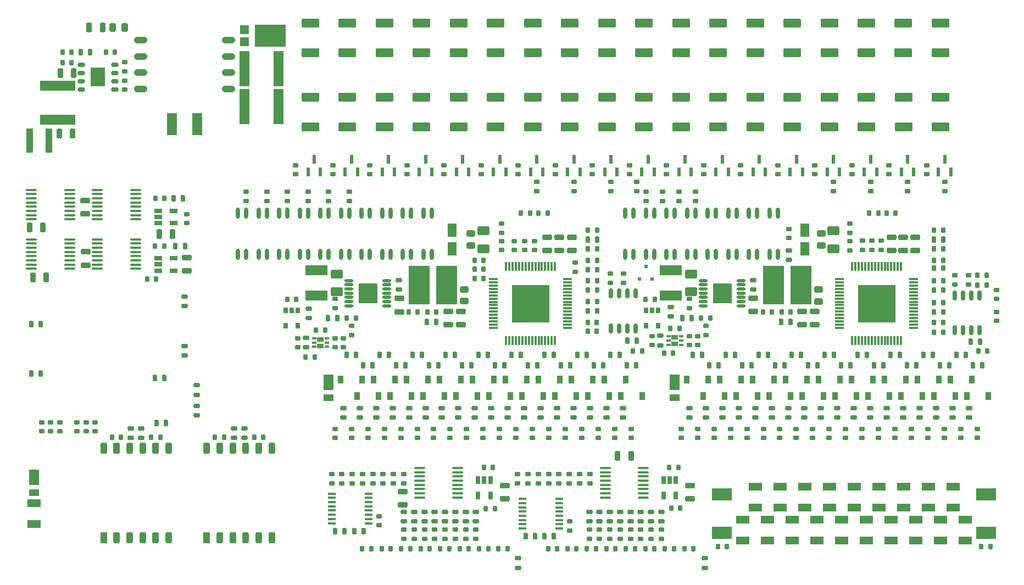
<source format=gtp>
G04*
G04 #@! TF.GenerationSoftware,Altium Limited,Altium Designer,21.4.1 (30)*
G04*
G04 Layer_Color=8421504*
%FSLAX25Y25*%
%MOIN*%
G70*
G04*
G04 #@! TF.SameCoordinates,3F7B9525-E0B4-4A28-A4E6-3C1D8492A5F8*
G04*
G04*
G04 #@! TF.FilePolarity,Positive*
G04*
G01*
G75*
G04:AMPARAMS|DCode=18|XSize=57.09mil|YSize=35.43mil|CornerRadius=7.09mil|HoleSize=0mil|Usage=FLASHONLY|Rotation=270.000|XOffset=0mil|YOffset=0mil|HoleType=Round|Shape=RoundedRectangle|*
%AMROUNDEDRECTD18*
21,1,0.05709,0.02126,0,0,270.0*
21,1,0.04291,0.03543,0,0,270.0*
1,1,0.01417,-0.01063,-0.02146*
1,1,0.01417,-0.01063,0.02146*
1,1,0.01417,0.01063,0.02146*
1,1,0.01417,0.01063,-0.02146*
%
%ADD18ROUNDEDRECTD18*%
%ADD19R,0.21260X0.06102*%
%ADD20R,0.06102X0.21260*%
G04:AMPARAMS|DCode=21|XSize=35.43mil|YSize=27.56mil|CornerRadius=6.89mil|HoleSize=0mil|Usage=FLASHONLY|Rotation=0.000|XOffset=0mil|YOffset=0mil|HoleType=Round|Shape=RoundedRectangle|*
%AMROUNDEDRECTD21*
21,1,0.03543,0.01378,0,0,0.0*
21,1,0.02165,0.02756,0,0,0.0*
1,1,0.01378,0.01083,-0.00689*
1,1,0.01378,-0.01083,-0.00689*
1,1,0.01378,-0.01083,0.00689*
1,1,0.01378,0.01083,0.00689*
%
%ADD21ROUNDEDRECTD21*%
G04:AMPARAMS|DCode=22|XSize=37.4mil|YSize=29.53mil|CornerRadius=7.38mil|HoleSize=0mil|Usage=FLASHONLY|Rotation=0.000|XOffset=0mil|YOffset=0mil|HoleType=Round|Shape=RoundedRectangle|*
%AMROUNDEDRECTD22*
21,1,0.03740,0.01476,0,0,0.0*
21,1,0.02264,0.02953,0,0,0.0*
1,1,0.01476,0.01132,-0.00738*
1,1,0.01476,-0.01132,-0.00738*
1,1,0.01476,-0.01132,0.00738*
1,1,0.01476,0.01132,0.00738*
%
%ADD22ROUNDEDRECTD22*%
%ADD23R,0.07992X0.05118*%
%ADD24R,0.12402X0.07717*%
G04:AMPARAMS|DCode=25|XSize=57.09mil|YSize=35.43mil|CornerRadius=7.09mil|HoleSize=0mil|Usage=FLASHONLY|Rotation=0.000|XOffset=0mil|YOffset=0mil|HoleType=Round|Shape=RoundedRectangle|*
%AMROUNDEDRECTD25*
21,1,0.05709,0.02126,0,0,0.0*
21,1,0.04291,0.03543,0,0,0.0*
1,1,0.01417,0.02146,-0.01063*
1,1,0.01417,-0.02146,-0.01063*
1,1,0.01417,-0.02146,0.01063*
1,1,0.01417,0.02146,0.01063*
%
%ADD25ROUNDEDRECTD25*%
G04:AMPARAMS|DCode=26|XSize=35.43mil|YSize=27.56mil|CornerRadius=6.89mil|HoleSize=0mil|Usage=FLASHONLY|Rotation=270.000|XOffset=0mil|YOffset=0mil|HoleType=Round|Shape=RoundedRectangle|*
%AMROUNDEDRECTD26*
21,1,0.03543,0.01378,0,0,270.0*
21,1,0.02165,0.02756,0,0,270.0*
1,1,0.01378,-0.00689,-0.01083*
1,1,0.01378,-0.00689,0.01083*
1,1,0.01378,0.00689,0.01083*
1,1,0.01378,0.00689,-0.01083*
%
%ADD26ROUNDEDRECTD26*%
%ADD27O,0.02362X0.06890*%
G04:AMPARAMS|DCode=28|XSize=70.87mil|YSize=53.15mil|CornerRadius=7.97mil|HoleSize=0mil|Usage=FLASHONLY|Rotation=180.000|XOffset=0mil|YOffset=0mil|HoleType=Round|Shape=RoundedRectangle|*
%AMROUNDEDRECTD28*
21,1,0.07087,0.03720,0,0,180.0*
21,1,0.05492,0.05315,0,0,180.0*
1,1,0.01595,-0.02746,0.01860*
1,1,0.01595,0.02746,0.01860*
1,1,0.01595,0.02746,-0.01860*
1,1,0.01595,-0.02746,-0.01860*
%
%ADD28ROUNDEDRECTD28*%
G04:AMPARAMS|DCode=29|XSize=37.4mil|YSize=29.53mil|CornerRadius=7.38mil|HoleSize=0mil|Usage=FLASHONLY|Rotation=90.000|XOffset=0mil|YOffset=0mil|HoleType=Round|Shape=RoundedRectangle|*
%AMROUNDEDRECTD29*
21,1,0.03740,0.01476,0,0,90.0*
21,1,0.02264,0.02953,0,0,90.0*
1,1,0.01476,0.00738,0.01132*
1,1,0.01476,0.00738,-0.01132*
1,1,0.01476,-0.00738,-0.01132*
1,1,0.01476,-0.00738,0.01132*
%
%ADD29ROUNDEDRECTD29*%
%ADD30R,0.03583X0.04803*%
%ADD31R,0.12598X0.23622*%
%ADD32R,0.13780X0.06299*%
%ADD33R,0.22992X0.22992*%
%ADD34R,0.01181X0.05512*%
%ADD35R,0.05512X0.01181*%
%ADD36O,0.07284X0.01378*%
%ADD37R,0.05709X0.08071*%
%ADD38R,0.02362X0.05512*%
G04:AMPARAMS|DCode=39|XSize=51.18mil|YSize=37.4mil|CornerRadius=7.48mil|HoleSize=0mil|Usage=FLASHONLY|Rotation=0.000|XOffset=0mil|YOffset=0mil|HoleType=Round|Shape=RoundedRectangle|*
%AMROUNDEDRECTD39*
21,1,0.05118,0.02244,0,0,0.0*
21,1,0.03622,0.03740,0,0,0.0*
1,1,0.01496,0.01811,-0.01122*
1,1,0.01496,-0.01811,-0.01122*
1,1,0.01496,-0.01811,0.01122*
1,1,0.01496,0.01811,0.01122*
%
%ADD39ROUNDEDRECTD39*%
%ADD40R,0.06299X0.13780*%
%ADD41R,0.05906X0.09449*%
%ADD42R,0.05906X0.04134*%
G04:AMPARAMS|DCode=43|XSize=23.62mil|YSize=59.06mil|CornerRadius=5.91mil|HoleSize=0mil|Usage=FLASHONLY|Rotation=0.000|XOffset=0mil|YOffset=0mil|HoleType=Round|Shape=RoundedRectangle|*
%AMROUNDEDRECTD43*
21,1,0.02362,0.04724,0,0,0.0*
21,1,0.01181,0.05906,0,0,0.0*
1,1,0.01181,0.00591,-0.02362*
1,1,0.01181,-0.00591,-0.02362*
1,1,0.01181,-0.00591,0.02362*
1,1,0.01181,0.00591,0.02362*
%
%ADD43ROUNDEDRECTD43*%
%ADD44R,0.01968X0.02362*%
%ADD45R,0.02559X0.03543*%
%ADD46R,0.05118X0.02756*%
%ADD47R,0.02756X0.05118*%
%ADD48R,0.04000X0.06750*%
G04:AMPARAMS|DCode=49|XSize=67.5mil|YSize=40mil|CornerRadius=10mil|HoleSize=0mil|Usage=FLASHONLY|Rotation=90.000|XOffset=0mil|YOffset=0mil|HoleType=Round|Shape=RoundedRectangle|*
%AMROUNDEDRECTD49*
21,1,0.06750,0.02000,0,0,90.0*
21,1,0.04750,0.04000,0,0,90.0*
1,1,0.02000,0.01000,0.02375*
1,1,0.02000,0.01000,-0.02375*
1,1,0.02000,-0.01000,-0.02375*
1,1,0.02000,-0.01000,0.02375*
%
%ADD49ROUNDEDRECTD49*%
%ADD50O,0.08189X0.04213*%
G04:AMPARAMS|DCode=51|XSize=106.3mil|YSize=53.15mil|CornerRadius=7.97mil|HoleSize=0mil|Usage=FLASHONLY|Rotation=180.000|XOffset=0mil|YOffset=0mil|HoleType=Round|Shape=RoundedRectangle|*
%AMROUNDEDRECTD51*
21,1,0.10630,0.03720,0,0,180.0*
21,1,0.09035,0.05315,0,0,180.0*
1,1,0.01595,-0.04518,0.01860*
1,1,0.01595,0.04518,0.01860*
1,1,0.01595,0.04518,-0.01860*
1,1,0.01595,-0.04518,-0.01860*
%
%ADD51ROUNDEDRECTD51*%
G04:AMPARAMS|DCode=52|XSize=51.18mil|YSize=37.4mil|CornerRadius=7.48mil|HoleSize=0mil|Usage=FLASHONLY|Rotation=270.000|XOffset=0mil|YOffset=0mil|HoleType=Round|Shape=RoundedRectangle|*
%AMROUNDEDRECTD52*
21,1,0.05118,0.02244,0,0,270.0*
21,1,0.03622,0.03740,0,0,270.0*
1,1,0.01496,-0.01122,-0.01811*
1,1,0.01496,-0.01122,0.01811*
1,1,0.01496,0.01122,0.01811*
1,1,0.01496,0.01122,-0.01811*
%
%ADD52ROUNDEDRECTD52*%
%ADD53R,0.04331X0.14567*%
%ADD54O,0.04500X0.02992*%
%ADD55R,0.08898X0.11772*%
%ADD56R,0.19134X0.13228*%
%ADD57R,0.05472X0.05512*%
%ADD58R,0.02756X0.01181*%
%ADD59R,0.03937X0.02638*%
%ADD60R,0.11811X0.12205*%
%ADD61O,0.05512X0.01772*%
G04:AMPARAMS|DCode=62|XSize=15.75mil|YSize=47.24mil|CornerRadius=1.97mil|HoleSize=0mil|Usage=FLASHONLY|Rotation=270.000|XOffset=0mil|YOffset=0mil|HoleType=Round|Shape=RoundedRectangle|*
%AMROUNDEDRECTD62*
21,1,0.01575,0.04331,0,0,270.0*
21,1,0.01181,0.04724,0,0,270.0*
1,1,0.00394,-0.02165,-0.00591*
1,1,0.00394,-0.02165,0.00591*
1,1,0.00394,0.02165,0.00591*
1,1,0.00394,0.02165,-0.00591*
%
%ADD62ROUNDEDRECTD62*%
D18*
X48410Y299375D02*
D03*
X40340D02*
D03*
X32249Y212079D02*
D03*
X24178D02*
D03*
X108956Y238451D02*
D03*
X100886D02*
D03*
X379090Y103750D02*
D03*
X387160D02*
D03*
X30236Y242329D02*
D03*
X22166D02*
D03*
X66535Y363750D02*
D03*
X58465D02*
D03*
X40965Y336250D02*
D03*
X49035D02*
D03*
D19*
X39375Y307790D02*
D03*
Y328460D02*
D03*
D20*
X152790Y315625D02*
D03*
X173460D02*
D03*
X152790Y338750D02*
D03*
X173460D02*
D03*
D21*
X293125Y53494D02*
D03*
Y59006D02*
D03*
X286875Y53494D02*
D03*
Y59006D02*
D03*
X280625Y53494D02*
D03*
Y59006D02*
D03*
X274375Y53494D02*
D03*
Y59006D02*
D03*
X268125Y53494D02*
D03*
Y59006D02*
D03*
X261875Y53494D02*
D03*
Y59006D02*
D03*
X255625Y53494D02*
D03*
Y59006D02*
D03*
X249375Y53494D02*
D03*
Y59006D02*
D03*
X405625Y53494D02*
D03*
Y59006D02*
D03*
X399375Y53494D02*
D03*
Y59006D02*
D03*
X393125Y53494D02*
D03*
Y59006D02*
D03*
X386875Y53494D02*
D03*
Y59006D02*
D03*
X380625Y53494D02*
D03*
Y59006D02*
D03*
X374375Y53494D02*
D03*
Y59006D02*
D03*
X368125Y53494D02*
D03*
Y59006D02*
D03*
X361875Y53494D02*
D03*
Y59006D02*
D03*
X543750Y280256D02*
D03*
Y274744D02*
D03*
X566606Y280256D02*
D03*
Y274744D02*
D03*
X453750Y280256D02*
D03*
Y274744D02*
D03*
X431250Y280256D02*
D03*
Y274744D02*
D03*
X520000Y239119D02*
D03*
Y244631D02*
D03*
X408750Y280256D02*
D03*
Y274744D02*
D03*
X386250Y280256D02*
D03*
Y274744D02*
D03*
X483022Y235994D02*
D03*
Y241506D02*
D03*
X567421Y114695D02*
D03*
Y120207D02*
D03*
X587421Y114695D02*
D03*
Y120207D02*
D03*
X273750Y280256D02*
D03*
Y274744D02*
D03*
X251250Y280256D02*
D03*
Y274744D02*
D03*
X517421Y114695D02*
D03*
Y120207D02*
D03*
X497421Y114695D02*
D03*
Y120207D02*
D03*
X328750Y228691D02*
D03*
Y234203D02*
D03*
X228750Y280256D02*
D03*
Y274744D02*
D03*
X206250Y280256D02*
D03*
Y274744D02*
D03*
X477421Y114695D02*
D03*
Y120207D02*
D03*
X457500Y114744D02*
D03*
Y120256D02*
D03*
X362165Y87247D02*
D03*
Y92759D02*
D03*
X349665Y87247D02*
D03*
Y92759D02*
D03*
X337165Y87247D02*
D03*
Y92759D02*
D03*
X324665Y87247D02*
D03*
Y92759D02*
D03*
X382766Y208807D02*
D03*
Y214319D02*
D03*
X367421Y114695D02*
D03*
Y120207D02*
D03*
X347421Y114695D02*
D03*
Y120207D02*
D03*
X327421Y114695D02*
D03*
Y120207D02*
D03*
X62000Y118744D02*
D03*
Y124256D02*
D03*
X56500Y118744D02*
D03*
Y124256D02*
D03*
X532500Y270000D02*
D03*
Y264488D02*
D03*
X498750Y280256D02*
D03*
Y274744D02*
D03*
X476250Y280256D02*
D03*
Y274744D02*
D03*
X577500Y270000D02*
D03*
Y264488D02*
D03*
X591875Y207869D02*
D03*
Y213381D02*
D03*
X390689Y270000D02*
D03*
Y264488D02*
D03*
X352500Y270000D02*
D03*
Y264488D02*
D03*
X426250Y263957D02*
D03*
Y258445D02*
D03*
X406250Y263957D02*
D03*
Y258445D02*
D03*
X296250Y280256D02*
D03*
Y274744D02*
D03*
X547421Y114695D02*
D03*
Y120207D02*
D03*
X533449Y234400D02*
D03*
Y228888D02*
D03*
X520000Y228494D02*
D03*
Y234006D02*
D03*
X216250Y264006D02*
D03*
Y258494D02*
D03*
X308750Y239119D02*
D03*
Y244631D02*
D03*
X316250Y228691D02*
D03*
Y234203D02*
D03*
X191250Y264006D02*
D03*
Y258494D02*
D03*
X437500Y114744D02*
D03*
Y120256D02*
D03*
X166250Y264006D02*
D03*
Y258494D02*
D03*
X417500Y114744D02*
D03*
Y120256D02*
D03*
X318415Y87247D02*
D03*
Y92759D02*
D03*
X377421Y114695D02*
D03*
Y120207D02*
D03*
X205531Y87146D02*
D03*
Y92658D02*
D03*
X218031Y87146D02*
D03*
Y92658D02*
D03*
X422500Y193494D02*
D03*
Y199006D02*
D03*
X117500Y250541D02*
D03*
Y245029D02*
D03*
X243031Y87146D02*
D03*
Y92658D02*
D03*
X230531Y87146D02*
D03*
Y92658D02*
D03*
X307421Y114695D02*
D03*
Y120207D02*
D03*
X287421Y114695D02*
D03*
Y120207D02*
D03*
X267421Y114695D02*
D03*
Y120207D02*
D03*
X257500Y114744D02*
D03*
Y120256D02*
D03*
X237500Y114744D02*
D03*
Y120256D02*
D03*
X217500Y114744D02*
D03*
Y120256D02*
D03*
X35000Y118744D02*
D03*
Y124256D02*
D03*
X29500Y118744D02*
D03*
Y124256D02*
D03*
X583750Y207869D02*
D03*
Y213381D02*
D03*
X330000Y270000D02*
D03*
Y264488D02*
D03*
X527500Y228888D02*
D03*
Y234400D02*
D03*
X557421Y114695D02*
D03*
Y120207D02*
D03*
X577421Y114695D02*
D03*
Y120207D02*
D03*
X527421Y114695D02*
D03*
Y120207D02*
D03*
X507421Y114695D02*
D03*
Y120207D02*
D03*
X597421Y114695D02*
D03*
Y120207D02*
D03*
X487421Y114695D02*
D03*
Y120207D02*
D03*
X467500Y114744D02*
D03*
Y120256D02*
D03*
X447500Y114744D02*
D03*
Y120256D02*
D03*
X355915Y87247D02*
D03*
Y92759D02*
D03*
X343415Y87247D02*
D03*
Y92759D02*
D03*
X330915Y87247D02*
D03*
Y92759D02*
D03*
X357421Y114695D02*
D03*
Y120207D02*
D03*
X337421Y114695D02*
D03*
Y120207D02*
D03*
X207500Y193494D02*
D03*
Y199006D02*
D03*
X40500Y118744D02*
D03*
Y124256D02*
D03*
X510000Y270000D02*
D03*
Y264488D02*
D03*
X521250Y280256D02*
D03*
Y274744D02*
D03*
X555000Y270000D02*
D03*
Y264488D02*
D03*
X375000Y270000D02*
D03*
Y264488D02*
D03*
X416250Y263957D02*
D03*
Y258445D02*
D03*
X396229Y264006D02*
D03*
Y258494D02*
D03*
X363750Y280256D02*
D03*
Y274744D02*
D03*
X341250Y280256D02*
D03*
Y274744D02*
D03*
X318750Y280256D02*
D03*
Y274744D02*
D03*
X537421Y114695D02*
D03*
Y120207D02*
D03*
X539094Y228888D02*
D03*
Y234400D02*
D03*
X203750Y264006D02*
D03*
Y258494D02*
D03*
X308750Y228691D02*
D03*
Y234203D02*
D03*
X178750Y263957D02*
D03*
Y258445D02*
D03*
X183750Y280256D02*
D03*
Y274744D02*
D03*
X427500Y114744D02*
D03*
Y120256D02*
D03*
X322500Y234203D02*
D03*
Y228691D02*
D03*
X374547Y208794D02*
D03*
Y214306D02*
D03*
X153750Y264006D02*
D03*
Y258494D02*
D03*
X387421Y114695D02*
D03*
Y120207D02*
D03*
X211781Y87146D02*
D03*
Y92658D02*
D03*
X249281Y87146D02*
D03*
Y92658D02*
D03*
X224281Y87146D02*
D03*
Y92658D02*
D03*
X236781Y87146D02*
D03*
Y92658D02*
D03*
X317421Y114695D02*
D03*
Y120207D02*
D03*
X297421Y114695D02*
D03*
Y120207D02*
D03*
X277421Y114695D02*
D03*
Y120207D02*
D03*
X227500Y114744D02*
D03*
Y120256D02*
D03*
X247500Y114744D02*
D03*
Y120256D02*
D03*
X207500Y114744D02*
D03*
Y120256D02*
D03*
X51000Y118744D02*
D03*
Y124256D02*
D03*
X80000Y325994D02*
D03*
Y331506D02*
D03*
X234375Y67131D02*
D03*
Y61619D02*
D03*
X350000Y64006D02*
D03*
Y58494D02*
D03*
X353250Y221072D02*
D03*
Y215560D02*
D03*
X609000Y204506D02*
D03*
Y198994D02*
D03*
Y191256D02*
D03*
Y185744D02*
D03*
X432500Y182756D02*
D03*
Y177244D02*
D03*
X217500D02*
D03*
Y182756D02*
D03*
X184990Y175256D02*
D03*
Y169744D02*
D03*
X212500Y175256D02*
D03*
Y169744D02*
D03*
X207500Y175256D02*
D03*
Y169744D02*
D03*
X400000Y176506D02*
D03*
Y170994D02*
D03*
X427500Y176506D02*
D03*
Y170994D02*
D03*
X422500Y176506D02*
D03*
Y170994D02*
D03*
X80000Y342756D02*
D03*
Y337244D02*
D03*
D22*
X249375Y64021D02*
D03*
Y69729D02*
D03*
X255625Y64021D02*
D03*
Y69729D02*
D03*
X261875Y64021D02*
D03*
Y69729D02*
D03*
X268125Y64021D02*
D03*
Y69729D02*
D03*
X274375Y64021D02*
D03*
Y69729D02*
D03*
X280625Y64021D02*
D03*
Y69729D02*
D03*
X286875Y64021D02*
D03*
Y69729D02*
D03*
X293125Y64021D02*
D03*
Y69729D02*
D03*
X361875Y64021D02*
D03*
Y69729D02*
D03*
X368125Y64021D02*
D03*
Y69729D02*
D03*
X374375Y64021D02*
D03*
Y69729D02*
D03*
X380625Y64021D02*
D03*
Y69729D02*
D03*
X386875Y64021D02*
D03*
Y69729D02*
D03*
X393125Y64021D02*
D03*
Y69729D02*
D03*
X399375Y64021D02*
D03*
Y69729D02*
D03*
X405625Y64021D02*
D03*
Y69729D02*
D03*
X318750Y35896D02*
D03*
Y41604D02*
D03*
X592421Y132805D02*
D03*
Y127097D02*
D03*
X483022Y222702D02*
D03*
Y228411D02*
D03*
X462500Y132854D02*
D03*
Y127146D02*
D03*
X442500Y132854D02*
D03*
Y127146D02*
D03*
X461250Y210354D02*
D03*
Y204646D02*
D03*
X422500Y132854D02*
D03*
Y127146D02*
D03*
X372421Y132805D02*
D03*
Y127097D02*
D03*
X352421Y132805D02*
D03*
Y127097D02*
D03*
X116250Y194646D02*
D03*
Y200354D02*
D03*
X262500Y132854D02*
D03*
Y127146D02*
D03*
X242500Y132854D02*
D03*
Y127146D02*
D03*
X222500Y132854D02*
D03*
Y127146D02*
D03*
X431875Y35896D02*
D03*
Y41604D02*
D03*
X582421Y132805D02*
D03*
Y127097D02*
D03*
X562421Y132805D02*
D03*
Y127097D02*
D03*
X542421Y132805D02*
D03*
Y127097D02*
D03*
X522421Y132805D02*
D03*
Y127097D02*
D03*
X502421Y132805D02*
D03*
Y127097D02*
D03*
X482500Y132854D02*
D03*
Y127146D02*
D03*
X411250Y194104D02*
D03*
Y188396D02*
D03*
X342421Y132805D02*
D03*
Y127097D02*
D03*
X322421Y132805D02*
D03*
Y127097D02*
D03*
X302421Y132805D02*
D03*
Y127097D02*
D03*
X282421Y132805D02*
D03*
Y127097D02*
D03*
X191644Y193209D02*
D03*
Y187500D02*
D03*
X146250Y120354D02*
D03*
Y114646D02*
D03*
X123750Y134104D02*
D03*
Y128396D02*
D03*
X90000Y120354D02*
D03*
Y114646D02*
D03*
X472500Y132854D02*
D03*
Y127146D02*
D03*
X452500Y132854D02*
D03*
Y127146D02*
D03*
X432500Y132854D02*
D03*
Y127146D02*
D03*
X382421Y132805D02*
D03*
Y127097D02*
D03*
X362421Y132805D02*
D03*
Y127097D02*
D03*
X116171Y164597D02*
D03*
Y170305D02*
D03*
X246250Y210354D02*
D03*
Y204646D02*
D03*
X252500Y132854D02*
D03*
Y127146D02*
D03*
X232500Y132854D02*
D03*
Y127146D02*
D03*
X212500Y132854D02*
D03*
Y127146D02*
D03*
X123750Y140896D02*
D03*
Y146604D02*
D03*
X572421Y132805D02*
D03*
Y127097D02*
D03*
X552421Y132805D02*
D03*
Y127097D02*
D03*
X532421Y132805D02*
D03*
Y127097D02*
D03*
X512421Y132805D02*
D03*
Y127097D02*
D03*
X492421Y132805D02*
D03*
Y127097D02*
D03*
X332421Y132805D02*
D03*
Y127097D02*
D03*
X312421Y132805D02*
D03*
Y127097D02*
D03*
X292421Y132805D02*
D03*
Y127097D02*
D03*
X272421Y132805D02*
D03*
Y127097D02*
D03*
X152500Y120354D02*
D03*
Y114646D02*
D03*
X83750Y120354D02*
D03*
Y114646D02*
D03*
X190000Y169646D02*
D03*
Y175354D02*
D03*
X405000Y170896D02*
D03*
Y176604D02*
D03*
D23*
X485000Y65010D02*
D03*
Y52490D02*
D03*
X470000Y65010D02*
D03*
Y52490D02*
D03*
X560000Y65010D02*
D03*
Y52490D02*
D03*
X545000Y65010D02*
D03*
Y52490D02*
D03*
X530000Y65010D02*
D03*
Y52490D02*
D03*
X515000Y65010D02*
D03*
Y52490D02*
D03*
X500000Y65010D02*
D03*
Y52490D02*
D03*
X455000Y65010D02*
D03*
Y52490D02*
D03*
X590000Y65010D02*
D03*
Y52490D02*
D03*
X575000Y65010D02*
D03*
Y52490D02*
D03*
X567500Y85010D02*
D03*
Y72490D02*
D03*
X552500Y85010D02*
D03*
Y72490D02*
D03*
X537500Y85010D02*
D03*
Y72490D02*
D03*
X522500Y85010D02*
D03*
Y72490D02*
D03*
X507500Y85010D02*
D03*
Y72490D02*
D03*
X492500Y85010D02*
D03*
Y72490D02*
D03*
X477500Y85010D02*
D03*
Y72490D02*
D03*
X462500Y85010D02*
D03*
Y72490D02*
D03*
X582500Y85010D02*
D03*
Y72490D02*
D03*
X24921Y62490D02*
D03*
Y75010D02*
D03*
D24*
X442421Y80315D02*
D03*
Y57087D02*
D03*
X602500Y80364D02*
D03*
Y57136D02*
D03*
D25*
X423125Y77840D02*
D03*
Y85910D02*
D03*
X545250Y228465D02*
D03*
Y236535D02*
D03*
X336250Y228465D02*
D03*
Y236535D02*
D03*
X498750Y191535D02*
D03*
Y183465D02*
D03*
X117500Y224035D02*
D03*
Y215965D02*
D03*
X276250Y191535D02*
D03*
Y183465D02*
D03*
X246500Y199285D02*
D03*
Y191215D02*
D03*
X491000Y191535D02*
D03*
Y183465D02*
D03*
X461250Y199535D02*
D03*
Y191465D02*
D03*
X56321Y227629D02*
D03*
Y219559D02*
D03*
X559566Y228465D02*
D03*
Y236535D02*
D03*
X552250Y228465D02*
D03*
Y236535D02*
D03*
X351250Y228465D02*
D03*
Y236535D02*
D03*
X343750Y228465D02*
D03*
Y236535D02*
D03*
X310625Y77840D02*
D03*
Y85910D02*
D03*
X248750Y82160D02*
D03*
Y74090D02*
D03*
X56000Y258831D02*
D03*
Y250760D02*
D03*
X284000Y191535D02*
D03*
Y183465D02*
D03*
D26*
X417121Y72231D02*
D03*
X411609D02*
D03*
X576506Y217875D02*
D03*
X570994D02*
D03*
X576506Y222500D02*
D03*
X570994D02*
D03*
X576506Y178750D02*
D03*
X570994D02*
D03*
X576506Y240625D02*
D03*
X570994D02*
D03*
X576506Y191250D02*
D03*
X570994D02*
D03*
X576506Y196875D02*
D03*
X570994D02*
D03*
X320369Y251250D02*
D03*
X325881D02*
D03*
X365957Y47483D02*
D03*
X360445D02*
D03*
X366506Y216875D02*
D03*
X360994D02*
D03*
X366506Y229375D02*
D03*
X360994D02*
D03*
X300518Y47382D02*
D03*
X295006D02*
D03*
X472756Y191250D02*
D03*
X467244D02*
D03*
X366427Y179547D02*
D03*
X360915D02*
D03*
X304621Y71875D02*
D03*
X299109D02*
D03*
X276896Y47382D02*
D03*
X271384D02*
D03*
X429744Y187500D02*
D03*
X435256D02*
D03*
X253273Y47382D02*
D03*
X247761D02*
D03*
X229651D02*
D03*
X224139D02*
D03*
X98494Y260000D02*
D03*
X104006D02*
D03*
X98415Y231201D02*
D03*
X103927D02*
D03*
X388415Y167500D02*
D03*
X393927D02*
D03*
X214744Y187500D02*
D03*
X220256D02*
D03*
X257756Y191250D02*
D03*
X252244D02*
D03*
X134744Y115000D02*
D03*
X140256D02*
D03*
X576506Y210000D02*
D03*
X570994D02*
D03*
X531811Y251250D02*
D03*
X537323D02*
D03*
X547756Y251250D02*
D03*
X542244D02*
D03*
X576506Y204375D02*
D03*
X570994D02*
D03*
X413201Y47483D02*
D03*
X407689D02*
D03*
X389579D02*
D03*
X384067D02*
D03*
X336506Y251250D02*
D03*
X330994D02*
D03*
X342335Y47483D02*
D03*
X336823D02*
D03*
X597869Y167375D02*
D03*
X603381D02*
D03*
X366506Y222500D02*
D03*
X360994D02*
D03*
X410369Y96875D02*
D03*
X415881D02*
D03*
X484006Y191250D02*
D03*
X478494D02*
D03*
X366506Y197500D02*
D03*
X360994D02*
D03*
X395994Y198750D02*
D03*
X401506D02*
D03*
X366506Y191875D02*
D03*
X360994D02*
D03*
X265085Y47382D02*
D03*
X259573D02*
D03*
X425012Y47483D02*
D03*
X419500D02*
D03*
X576506Y184705D02*
D03*
X570994D02*
D03*
X576506Y229375D02*
D03*
X570994D02*
D03*
X377768Y47483D02*
D03*
X372256D02*
D03*
X312329Y47382D02*
D03*
X306817D02*
D03*
X366506Y240625D02*
D03*
X360994D02*
D03*
X366427Y184921D02*
D03*
X360915D02*
D03*
X366506Y210000D02*
D03*
X360994D02*
D03*
X288707Y47382D02*
D03*
X283195D02*
D03*
X297869Y96875D02*
D03*
X303381D02*
D03*
X241462Y47382D02*
D03*
X235950D02*
D03*
X99006Y211250D02*
D03*
X93494D02*
D03*
X269006Y191250D02*
D03*
X263494D02*
D03*
X72244Y115000D02*
D03*
X77756D02*
D03*
X401390Y47483D02*
D03*
X395878D02*
D03*
X354146D02*
D03*
X348634D02*
D03*
X366506Y204375D02*
D03*
X360994D02*
D03*
X178494Y198750D02*
D03*
X184006D02*
D03*
X158494Y115000D02*
D03*
X164006D02*
D03*
X95994D02*
D03*
X101506D02*
D03*
X47756Y348750D02*
D03*
X42244D02*
D03*
X42244Y342500D02*
D03*
X47756D02*
D03*
X292244Y222500D02*
D03*
X297756D02*
D03*
X292244Y217000D02*
D03*
X297756D02*
D03*
X292244Y211500D02*
D03*
X297756D02*
D03*
X597369Y213381D02*
D03*
X602881D02*
D03*
X597369Y207341D02*
D03*
X602881D02*
D03*
X195994Y180000D02*
D03*
X201506D02*
D03*
X410994Y181250D02*
D03*
X416506D02*
D03*
X189744Y163750D02*
D03*
X195256D02*
D03*
X407244Y166250D02*
D03*
X412756D02*
D03*
X68494Y348750D02*
D03*
X74006D02*
D03*
X605256Y48750D02*
D03*
X599744D02*
D03*
X445335Y48799D02*
D03*
X439823D02*
D03*
D27*
X471250Y226250D02*
D03*
X476250D02*
D03*
X471250Y251250D02*
D03*
X476250D02*
D03*
X446250Y226250D02*
D03*
X451250D02*
D03*
X446250Y251250D02*
D03*
X451250D02*
D03*
X261250Y226250D02*
D03*
X266250D02*
D03*
X261250Y251250D02*
D03*
X266250D02*
D03*
X421250Y226250D02*
D03*
X426250D02*
D03*
X421250Y251250D02*
D03*
X426250D02*
D03*
X396250Y226250D02*
D03*
X401250D02*
D03*
X396250Y251250D02*
D03*
X401250D02*
D03*
X236250Y226250D02*
D03*
X241250D02*
D03*
X236250Y251250D02*
D03*
X241250D02*
D03*
X161250Y226250D02*
D03*
X166250D02*
D03*
X161250Y251250D02*
D03*
X166250D02*
D03*
X186250Y226250D02*
D03*
X191250D02*
D03*
X186250Y251250D02*
D03*
X191250D02*
D03*
X211250Y226250D02*
D03*
X216250D02*
D03*
X211250Y251250D02*
D03*
X216250D02*
D03*
X198750Y226250D02*
D03*
X203750D02*
D03*
X198750Y251250D02*
D03*
X203750D02*
D03*
X173750Y226250D02*
D03*
X178750D02*
D03*
X173750Y251250D02*
D03*
X178750D02*
D03*
X458750Y226250D02*
D03*
X463750D02*
D03*
X458750Y251250D02*
D03*
X463750D02*
D03*
X433750Y226250D02*
D03*
X438750D02*
D03*
X433750Y251250D02*
D03*
X438750D02*
D03*
X248750Y226250D02*
D03*
X253750D02*
D03*
X248750Y251250D02*
D03*
X253750D02*
D03*
X408750Y226250D02*
D03*
X413750D02*
D03*
X408750Y251250D02*
D03*
X413750D02*
D03*
X383750Y226250D02*
D03*
X388750D02*
D03*
X383750Y251250D02*
D03*
X388750D02*
D03*
X223750Y226250D02*
D03*
X228750D02*
D03*
X223750Y251250D02*
D03*
X228750D02*
D03*
X148750Y226250D02*
D03*
X153750D02*
D03*
X148750Y251250D02*
D03*
X153750D02*
D03*
D28*
X510000Y240413D02*
D03*
Y229587D02*
D03*
X297500Y240413D02*
D03*
Y229587D02*
D03*
X208750Y203337D02*
D03*
Y214163D02*
D03*
X423500Y203337D02*
D03*
Y214163D02*
D03*
D29*
X584567Y164951D02*
D03*
X590275D02*
D03*
X599104Y173125D02*
D03*
X593396D02*
D03*
X564567Y164951D02*
D03*
X570275D02*
D03*
X544567D02*
D03*
X550275D02*
D03*
X524567D02*
D03*
X530275D02*
D03*
X484567D02*
D03*
X490275D02*
D03*
X504567D02*
D03*
X510275D02*
D03*
X478396Y185000D02*
D03*
X484104D02*
D03*
X360896Y235000D02*
D03*
X366604D02*
D03*
X214646Y165000D02*
D03*
X220354D02*
D03*
X98396Y151250D02*
D03*
X104104D02*
D03*
X329104Y55000D02*
D03*
X323396D02*
D03*
X534646Y158750D02*
D03*
X540354D02*
D03*
X444646Y165000D02*
D03*
X450354D02*
D03*
X464646D02*
D03*
X470354D02*
D03*
X424646D02*
D03*
X430354D02*
D03*
X384980Y173809D02*
D03*
X390689D02*
D03*
X384646Y158750D02*
D03*
X390354D02*
D03*
X364646D02*
D03*
X370354D02*
D03*
X344646D02*
D03*
X350354D02*
D03*
X324646D02*
D03*
X330354D02*
D03*
X304646D02*
D03*
X310354D02*
D03*
X284646D02*
D03*
X290354D02*
D03*
X264646D02*
D03*
X270354D02*
D03*
X244646D02*
D03*
X250354D02*
D03*
X224646D02*
D03*
X230354D02*
D03*
X574646D02*
D03*
X580354D02*
D03*
X594646D02*
D03*
X600354D02*
D03*
X554695D02*
D03*
X560403D02*
D03*
X514646D02*
D03*
X520354D02*
D03*
X494646D02*
D03*
X500354D02*
D03*
X115354Y260000D02*
D03*
X109646D02*
D03*
X29104Y183750D02*
D03*
X23396D02*
D03*
X116525Y231201D02*
D03*
X110817D02*
D03*
X29104Y153750D02*
D03*
X23396D02*
D03*
X263396Y185000D02*
D03*
X269104D02*
D03*
X570896Y235000D02*
D03*
X576604D02*
D03*
X454646Y158750D02*
D03*
X460354D02*
D03*
X474646D02*
D03*
X480354D02*
D03*
X434646D02*
D03*
X440354D02*
D03*
X374567Y164951D02*
D03*
X380275D02*
D03*
X213479Y58125D02*
D03*
X207771D02*
D03*
X354567Y164951D02*
D03*
X360275D02*
D03*
X334567D02*
D03*
X340275D02*
D03*
X314567D02*
D03*
X320275D02*
D03*
X294567D02*
D03*
X300275D02*
D03*
X274567D02*
D03*
X280275D02*
D03*
X234646Y165000D02*
D03*
X240354D02*
D03*
X254646D02*
D03*
X260354D02*
D03*
X99212Y123750D02*
D03*
X104921D02*
D03*
X203396Y187500D02*
D03*
X209104D02*
D03*
X418396D02*
D03*
X424104D02*
D03*
X225119Y58125D02*
D03*
X219410D02*
D03*
X340354Y55000D02*
D03*
X334646D02*
D03*
X59104Y348750D02*
D03*
X53396D02*
D03*
D30*
X590984Y139951D02*
D03*
X603858D02*
D03*
X530984D02*
D03*
X543858D02*
D03*
X510984D02*
D03*
X523858D02*
D03*
X490984D02*
D03*
X503858D02*
D03*
X460984Y150000D02*
D03*
X473858D02*
D03*
X441063D02*
D03*
X453937D02*
D03*
X421063D02*
D03*
X433937D02*
D03*
X310984Y149951D02*
D03*
X323858D02*
D03*
X290984D02*
D03*
X303858D02*
D03*
X270984D02*
D03*
X283858D02*
D03*
X251063Y150000D02*
D03*
X263937D02*
D03*
X211063D02*
D03*
X223937D02*
D03*
X231063D02*
D03*
X243937D02*
D03*
X570984Y139951D02*
D03*
X583858D02*
D03*
X550984D02*
D03*
X563858D02*
D03*
X370984Y149951D02*
D03*
X383858D02*
D03*
X330984D02*
D03*
X343858D02*
D03*
X350984D02*
D03*
X363858D02*
D03*
X580984D02*
D03*
X593858D02*
D03*
X500984D02*
D03*
X513858D02*
D03*
X520984D02*
D03*
X533858D02*
D03*
X480984D02*
D03*
X493858D02*
D03*
X320984Y139951D02*
D03*
X333858D02*
D03*
X300984D02*
D03*
X313858D02*
D03*
X280984Y139951D02*
D03*
X293858D02*
D03*
X261063Y140000D02*
D03*
X273937D02*
D03*
X241063D02*
D03*
X253937D02*
D03*
X221063D02*
D03*
X233937D02*
D03*
X560984Y149951D02*
D03*
X573858D02*
D03*
X540984D02*
D03*
X553858D02*
D03*
X471063Y140000D02*
D03*
X483937D02*
D03*
X451063D02*
D03*
X463937D02*
D03*
X431063D02*
D03*
X443937D02*
D03*
X380984Y139951D02*
D03*
X393858D02*
D03*
X360984D02*
D03*
X373858D02*
D03*
X340984D02*
D03*
X353858D02*
D03*
D31*
X473535Y207500D02*
D03*
X490465D02*
D03*
X258535D02*
D03*
X275465D02*
D03*
D32*
X411250Y201073D02*
D03*
Y216427D02*
D03*
X196250Y201073D02*
D03*
Y216427D02*
D03*
D33*
X326250Y196250D02*
D03*
X536250D02*
D03*
D34*
X311486Y218691D02*
D03*
X313455D02*
D03*
X315423D02*
D03*
X317392D02*
D03*
X319360D02*
D03*
X321329D02*
D03*
X323297D02*
D03*
X325266D02*
D03*
X327234D02*
D03*
X329203D02*
D03*
X331171D02*
D03*
X333140D02*
D03*
X335108D02*
D03*
X337077D02*
D03*
X339045D02*
D03*
X341014D02*
D03*
Y173809D02*
D03*
X339045D02*
D03*
X337077D02*
D03*
X335108D02*
D03*
X333140D02*
D03*
X331171D02*
D03*
X329203D02*
D03*
X327234D02*
D03*
X325266D02*
D03*
X323297D02*
D03*
X321329D02*
D03*
X319360D02*
D03*
X317392D02*
D03*
X315423D02*
D03*
X313455D02*
D03*
X311486D02*
D03*
X521486Y218691D02*
D03*
X523455D02*
D03*
X525423D02*
D03*
X527392D02*
D03*
X529360D02*
D03*
X531329D02*
D03*
X533297D02*
D03*
X535266D02*
D03*
X537234D02*
D03*
X539203D02*
D03*
X541171D02*
D03*
X543140D02*
D03*
X545108D02*
D03*
X547077D02*
D03*
X549045D02*
D03*
X551014D02*
D03*
Y173809D02*
D03*
X549045D02*
D03*
X547077D02*
D03*
X545108D02*
D03*
X543140D02*
D03*
X541171D02*
D03*
X539203D02*
D03*
X537234D02*
D03*
X535266D02*
D03*
X533297D02*
D03*
X531329D02*
D03*
X529360D02*
D03*
X527392D02*
D03*
X525423D02*
D03*
X523455D02*
D03*
X521486D02*
D03*
D35*
X348691Y211014D02*
D03*
Y209045D02*
D03*
Y207077D02*
D03*
Y205108D02*
D03*
Y203140D02*
D03*
Y201171D02*
D03*
Y199203D02*
D03*
Y197234D02*
D03*
Y195266D02*
D03*
Y193297D02*
D03*
Y191329D02*
D03*
Y189360D02*
D03*
Y187392D02*
D03*
Y185423D02*
D03*
Y183455D02*
D03*
Y181486D02*
D03*
X303809D02*
D03*
Y183455D02*
D03*
Y185423D02*
D03*
Y187392D02*
D03*
Y189360D02*
D03*
Y191329D02*
D03*
Y193297D02*
D03*
Y195266D02*
D03*
Y197234D02*
D03*
Y199203D02*
D03*
Y201171D02*
D03*
Y203140D02*
D03*
Y205108D02*
D03*
Y207077D02*
D03*
Y209045D02*
D03*
Y211014D02*
D03*
X558691D02*
D03*
Y209045D02*
D03*
Y207077D02*
D03*
Y205108D02*
D03*
Y203140D02*
D03*
Y201171D02*
D03*
Y199203D02*
D03*
Y197234D02*
D03*
Y195266D02*
D03*
Y193297D02*
D03*
Y191329D02*
D03*
Y189360D02*
D03*
Y187392D02*
D03*
Y185423D02*
D03*
Y183455D02*
D03*
Y181486D02*
D03*
X513809D02*
D03*
Y183455D02*
D03*
Y185423D02*
D03*
Y187392D02*
D03*
Y189360D02*
D03*
Y191329D02*
D03*
Y193297D02*
D03*
Y195266D02*
D03*
Y197234D02*
D03*
Y199203D02*
D03*
Y201171D02*
D03*
Y203140D02*
D03*
Y205108D02*
D03*
Y207077D02*
D03*
Y209045D02*
D03*
Y211014D02*
D03*
D36*
X46516Y217293D02*
D03*
Y219852D02*
D03*
Y222411D02*
D03*
Y224971D02*
D03*
Y227530D02*
D03*
Y230089D02*
D03*
Y232648D02*
D03*
Y235207D02*
D03*
X23484Y217293D02*
D03*
Y219852D02*
D03*
Y222411D02*
D03*
Y224971D02*
D03*
Y227530D02*
D03*
Y230089D02*
D03*
Y232648D02*
D03*
Y235207D02*
D03*
X282141Y78543D02*
D03*
Y81102D02*
D03*
Y83661D02*
D03*
Y86221D02*
D03*
Y88779D02*
D03*
Y91339D02*
D03*
Y93898D02*
D03*
Y96457D02*
D03*
X259109Y78543D02*
D03*
Y81102D02*
D03*
Y83661D02*
D03*
Y86221D02*
D03*
Y88779D02*
D03*
Y91339D02*
D03*
Y93898D02*
D03*
Y96457D02*
D03*
X86516Y247293D02*
D03*
Y249852D02*
D03*
Y252411D02*
D03*
Y254971D02*
D03*
Y257529D02*
D03*
Y260089D02*
D03*
Y262648D02*
D03*
Y265207D02*
D03*
X63484Y247293D02*
D03*
Y249852D02*
D03*
Y252411D02*
D03*
Y254971D02*
D03*
Y257529D02*
D03*
Y260089D02*
D03*
Y262648D02*
D03*
Y265207D02*
D03*
X86516Y217293D02*
D03*
Y219852D02*
D03*
Y222411D02*
D03*
Y224971D02*
D03*
Y227530D02*
D03*
Y230089D02*
D03*
Y232648D02*
D03*
Y235207D02*
D03*
X63484Y217293D02*
D03*
Y219852D02*
D03*
Y222411D02*
D03*
Y224971D02*
D03*
Y227530D02*
D03*
Y230089D02*
D03*
Y232648D02*
D03*
Y235207D02*
D03*
X394641Y78543D02*
D03*
Y81102D02*
D03*
Y83661D02*
D03*
Y86221D02*
D03*
Y88779D02*
D03*
Y91339D02*
D03*
Y93898D02*
D03*
Y96457D02*
D03*
X371609Y78543D02*
D03*
Y81102D02*
D03*
Y83661D02*
D03*
Y86221D02*
D03*
Y88779D02*
D03*
Y91339D02*
D03*
Y93898D02*
D03*
Y96457D02*
D03*
X46516Y247293D02*
D03*
Y249852D02*
D03*
Y252411D02*
D03*
Y254971D02*
D03*
Y257529D02*
D03*
Y260089D02*
D03*
Y262648D02*
D03*
Y265207D02*
D03*
X23484Y247293D02*
D03*
Y249852D02*
D03*
Y252411D02*
D03*
Y254971D02*
D03*
Y257529D02*
D03*
Y260089D02*
D03*
Y262648D02*
D03*
Y265207D02*
D03*
D37*
X278750Y229390D02*
D03*
Y240610D02*
D03*
X492500Y229390D02*
D03*
Y240610D02*
D03*
D38*
X510000Y283740D02*
D03*
X513740Y276260D02*
D03*
X506260D02*
D03*
X532549Y283740D02*
D03*
X536289Y276260D02*
D03*
X528809D02*
D03*
X375000Y283740D02*
D03*
X378740Y276260D02*
D03*
X371260D02*
D03*
X352500Y283740D02*
D03*
X356240Y276260D02*
D03*
X348760D02*
D03*
X330000Y283740D02*
D03*
X333740Y276260D02*
D03*
X326260D02*
D03*
X194999Y283740D02*
D03*
X198739Y276260D02*
D03*
X191259D02*
D03*
X465000Y283740D02*
D03*
X468740Y276260D02*
D03*
X461260D02*
D03*
X442500Y283740D02*
D03*
X446240Y276260D02*
D03*
X438760D02*
D03*
X419921Y283740D02*
D03*
X423661Y276260D02*
D03*
X416181D02*
D03*
X555000Y283740D02*
D03*
X558740Y276260D02*
D03*
X551260D02*
D03*
X577500Y283740D02*
D03*
X581240Y276260D02*
D03*
X573760D02*
D03*
X397559Y283740D02*
D03*
X401299Y276260D02*
D03*
X393819D02*
D03*
X285000Y283740D02*
D03*
X288740Y276260D02*
D03*
X281260D02*
D03*
X262500Y283740D02*
D03*
X266240Y276260D02*
D03*
X258760D02*
D03*
X240000Y283740D02*
D03*
X243740Y276260D02*
D03*
X236260D02*
D03*
X217500Y283740D02*
D03*
X221240Y276260D02*
D03*
X213760D02*
D03*
X487500Y283740D02*
D03*
X491240Y276260D02*
D03*
X483760D02*
D03*
X307500Y283740D02*
D03*
X311240Y276260D02*
D03*
X303760D02*
D03*
D39*
X290000Y231358D02*
D03*
Y238642D02*
D03*
X501000Y197358D02*
D03*
Y204642D02*
D03*
X286000Y197608D02*
D03*
Y204892D02*
D03*
X502500Y231358D02*
D03*
Y238642D02*
D03*
D40*
X108573Y305000D02*
D03*
X123927D02*
D03*
D41*
X203750Y148346D02*
D03*
X25000Y90847D02*
D03*
X413750Y148346D02*
D03*
D42*
X203750Y138996D02*
D03*
X25000Y81496D02*
D03*
X413750Y138996D02*
D03*
D43*
X598750Y201255D02*
D03*
X593750D02*
D03*
X588750D02*
D03*
X583750D02*
D03*
X598750Y179995D02*
D03*
X593750D02*
D03*
X588750D02*
D03*
X583750D02*
D03*
X389921Y202284D02*
D03*
X384921D02*
D03*
X379921D02*
D03*
X374921D02*
D03*
X389921Y181024D02*
D03*
X384921D02*
D03*
X379921D02*
D03*
X374921D02*
D03*
D44*
X399911Y211014D02*
D03*
X392431D02*
D03*
X396171Y218888D02*
D03*
D45*
X403740Y182776D02*
D03*
X396260D02*
D03*
Y192224D02*
D03*
X400000D02*
D03*
X403740D02*
D03*
X184990Y182776D02*
D03*
X177510D02*
D03*
Y192224D02*
D03*
X181250D02*
D03*
X184990D02*
D03*
D46*
X100276Y223740D02*
D03*
Y220000D02*
D03*
Y216260D02*
D03*
X109724D02*
D03*
Y223740D02*
D03*
X100276Y252490D02*
D03*
Y248750D02*
D03*
Y245010D02*
D03*
X109724D02*
D03*
Y252490D02*
D03*
D47*
X301865Y89099D02*
D03*
X298125D02*
D03*
X294385D02*
D03*
Y79651D02*
D03*
X301865D02*
D03*
X414365Y89099D02*
D03*
X410625D02*
D03*
X406885D02*
D03*
Y79651D02*
D03*
X414365D02*
D03*
D48*
X67190Y54085D02*
D03*
X129690D02*
D03*
D49*
X75090D02*
D03*
X82990D02*
D03*
X90890D02*
D03*
X98790D02*
D03*
X106690D02*
D03*
X67190Y108335D02*
D03*
X75090D02*
D03*
X82990D02*
D03*
X90890D02*
D03*
X98790D02*
D03*
X106690D02*
D03*
X137590Y54085D02*
D03*
X145490D02*
D03*
X153390D02*
D03*
X161290D02*
D03*
X169190D02*
D03*
X129690Y108335D02*
D03*
X137590D02*
D03*
X145490D02*
D03*
X153390D02*
D03*
X161290D02*
D03*
X169190D02*
D03*
D50*
X89557Y355955D02*
D03*
Y346152D02*
D03*
Y336348D02*
D03*
Y326545D02*
D03*
X142943Y355955D02*
D03*
Y346152D02*
D03*
Y336348D02*
D03*
Y326545D02*
D03*
D51*
X304921Y366457D02*
D03*
Y348543D02*
D03*
X282500Y366457D02*
D03*
Y348543D02*
D03*
X260000Y366457D02*
D03*
Y348543D02*
D03*
X237500Y366457D02*
D03*
Y348543D02*
D03*
X215000Y366457D02*
D03*
Y348543D02*
D03*
X192500Y366457D02*
D03*
Y348543D02*
D03*
X440000Y366457D02*
D03*
Y348543D02*
D03*
X417500Y366457D02*
D03*
Y348543D02*
D03*
X395000Y366457D02*
D03*
Y348543D02*
D03*
X372500Y366457D02*
D03*
Y348543D02*
D03*
X350000Y366457D02*
D03*
Y348543D02*
D03*
X327500Y366457D02*
D03*
Y348543D02*
D03*
X575000Y366457D02*
D03*
Y348543D02*
D03*
X552421Y366457D02*
D03*
Y348543D02*
D03*
X530000Y366457D02*
D03*
Y348543D02*
D03*
X485000Y366457D02*
D03*
Y348543D02*
D03*
X462500Y366457D02*
D03*
Y348543D02*
D03*
X304982Y303543D02*
D03*
Y321457D02*
D03*
X282500Y303543D02*
D03*
Y321457D02*
D03*
X260000Y303543D02*
D03*
Y321457D02*
D03*
X237500Y303543D02*
D03*
Y321457D02*
D03*
X215000Y303543D02*
D03*
Y321457D02*
D03*
X192500Y303543D02*
D03*
Y321457D02*
D03*
X440000Y303543D02*
D03*
Y321457D02*
D03*
X417500Y303543D02*
D03*
Y321457D02*
D03*
X395000Y303543D02*
D03*
Y321457D02*
D03*
X372500Y303543D02*
D03*
Y321457D02*
D03*
X350000Y303543D02*
D03*
Y321457D02*
D03*
X327500Y303543D02*
D03*
Y321457D02*
D03*
X507500Y366457D02*
D03*
Y348543D02*
D03*
X575000Y303543D02*
D03*
Y321457D02*
D03*
X552500Y303543D02*
D03*
Y321457D02*
D03*
X530000Y303543D02*
D03*
Y321457D02*
D03*
X507500Y303543D02*
D03*
Y321457D02*
D03*
X485000Y303543D02*
D03*
Y321457D02*
D03*
X462618Y303543D02*
D03*
Y321457D02*
D03*
D52*
X79892Y363750D02*
D03*
X72608D02*
D03*
D53*
X22219Y295000D02*
D03*
X34031D02*
D03*
D54*
X53508Y341250D02*
D03*
Y336250D02*
D03*
Y331250D02*
D03*
Y326250D02*
D03*
X73992Y341250D02*
D03*
Y336250D02*
D03*
Y331250D02*
D03*
Y326250D02*
D03*
D55*
X63750Y333750D02*
D03*
D56*
X168183Y358750D02*
D03*
D57*
X152506Y355128D02*
D03*
Y362372D02*
D03*
D58*
X202667Y169940D02*
D03*
Y172500D02*
D03*
Y175059D02*
D03*
X194832Y169940D02*
D03*
Y172500D02*
D03*
Y175059D02*
D03*
X417667Y171191D02*
D03*
Y173749D02*
D03*
Y176309D02*
D03*
X409832Y171191D02*
D03*
Y173749D02*
D03*
Y176309D02*
D03*
D59*
X198750Y170570D02*
D03*
Y174429D02*
D03*
X413750Y171820D02*
D03*
Y175679D02*
D03*
D60*
X227500Y202500D02*
D03*
X442500D02*
D03*
D61*
X239114Y194823D02*
D03*
Y197382D02*
D03*
Y199941D02*
D03*
Y202500D02*
D03*
Y205059D02*
D03*
Y207618D02*
D03*
Y210177D02*
D03*
X215886Y194823D02*
D03*
Y197382D02*
D03*
Y199941D02*
D03*
Y202500D02*
D03*
Y205059D02*
D03*
Y207618D02*
D03*
Y210177D02*
D03*
X454114Y194823D02*
D03*
Y197382D02*
D03*
Y199941D02*
D03*
Y202500D02*
D03*
Y205059D02*
D03*
Y207618D02*
D03*
Y210177D02*
D03*
X430886Y194823D02*
D03*
Y197382D02*
D03*
Y199941D02*
D03*
Y202500D02*
D03*
Y205059D02*
D03*
Y207618D02*
D03*
Y210177D02*
D03*
D62*
X205655Y80832D02*
D03*
Y78273D02*
D03*
Y75714D02*
D03*
Y73154D02*
D03*
Y70596D02*
D03*
Y68036D02*
D03*
Y65477D02*
D03*
Y62918D02*
D03*
X228096Y80832D02*
D03*
Y78273D02*
D03*
Y75714D02*
D03*
Y73154D02*
D03*
Y70596D02*
D03*
Y68036D02*
D03*
Y65477D02*
D03*
Y62918D02*
D03*
X321280Y77707D02*
D03*
Y75148D02*
D03*
Y72589D02*
D03*
Y70029D02*
D03*
Y67471D02*
D03*
Y64911D02*
D03*
Y62352D02*
D03*
Y59793D02*
D03*
X343721Y77707D02*
D03*
Y75148D02*
D03*
Y72589D02*
D03*
Y70029D02*
D03*
Y67471D02*
D03*
Y64911D02*
D03*
Y62352D02*
D03*
Y59793D02*
D03*
M02*

</source>
